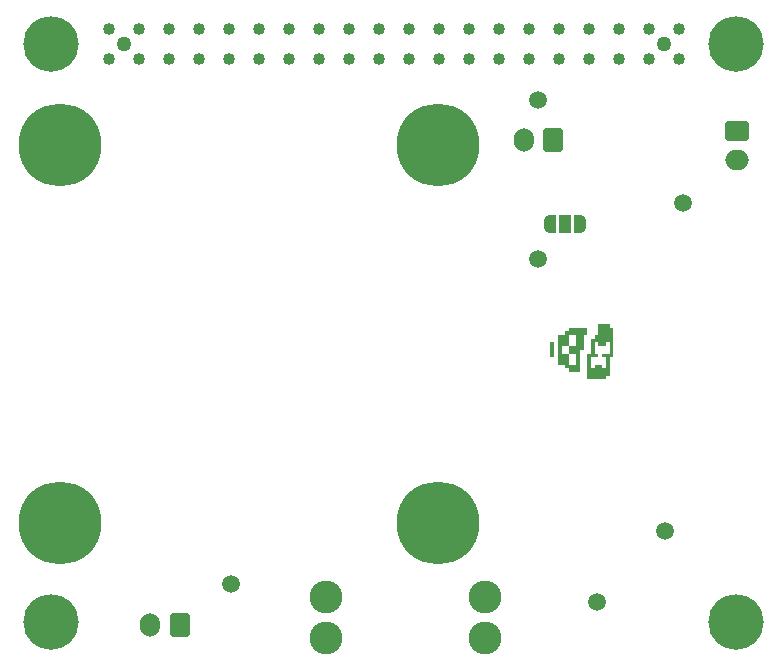
<source format=gbr>
%TF.GenerationSoftware,KiCad,Pcbnew,8.0.8*%
%TF.CreationDate,2025-01-29T16:05:45+00:00*%
%TF.ProjectId,ElectriPi,456c6563-7472-4695-9069-2e6b69636164,rev?*%
%TF.SameCoordinates,PX514cfd0PY31d4590*%
%TF.FileFunction,Soldermask,Bot*%
%TF.FilePolarity,Negative*%
%FSLAX46Y46*%
G04 Gerber Fmt 4.6, Leading zero omitted, Abs format (unit mm)*
G04 Created by KiCad (PCBNEW 8.0.8) date 2025-01-29 16:05:45*
%MOMM*%
%LPD*%
G01*
G04 APERTURE LIST*
G04 Aperture macros list*
%AMRoundRect*
0 Rectangle with rounded corners*
0 $1 Rounding radius*
0 $2 $3 $4 $5 $6 $7 $8 $9 X,Y pos of 4 corners*
0 Add a 4 corners polygon primitive as box body*
4,1,4,$2,$3,$4,$5,$6,$7,$8,$9,$2,$3,0*
0 Add four circle primitives for the rounded corners*
1,1,$1+$1,$2,$3*
1,1,$1+$1,$4,$5*
1,1,$1+$1,$6,$7*
1,1,$1+$1,$8,$9*
0 Add four rect primitives between the rounded corners*
20,1,$1+$1,$2,$3,$4,$5,0*
20,1,$1+$1,$4,$5,$6,$7,0*
20,1,$1+$1,$6,$7,$8,$9,0*
20,1,$1+$1,$8,$9,$2,$3,0*%
%AMFreePoly0*
4,1,19,0.550000,-0.750000,0.000000,-0.750000,0.000000,-0.744911,-0.071157,-0.744911,-0.207708,-0.704816,-0.327430,-0.627875,-0.420627,-0.520320,-0.479746,-0.390866,-0.500000,-0.250000,-0.500000,0.250000,-0.479746,0.390866,-0.420627,0.520320,-0.327430,0.627875,-0.207708,0.704816,-0.071157,0.744911,0.000000,0.744911,0.000000,0.750000,0.550000,0.750000,0.550000,-0.750000,0.550000,-0.750000,
$1*%
%AMFreePoly1*
4,1,19,0.000000,0.744911,0.071157,0.744911,0.207708,0.704816,0.327430,0.627875,0.420627,0.520320,0.479746,0.390866,0.500000,0.250000,0.500000,-0.250000,0.479746,-0.390866,0.420627,-0.520320,0.327430,-0.627875,0.207708,-0.704816,0.071157,-0.744911,0.000000,-0.744911,0.000000,-0.750000,-0.550000,-0.750000,-0.550000,0.750000,0.000000,0.750000,0.000000,0.744911,0.000000,0.744911,
$1*%
G04 Aperture macros list end*
%ADD10C,0.000000*%
%ADD11C,4.700000*%
%ADD12RoundRect,0.250000X0.600000X0.750000X-0.600000X0.750000X-0.600000X-0.750000X0.600000X-0.750000X0*%
%ADD13O,1.700000X2.000000*%
%ADD14C,1.020000*%
%ADD15C,1.270000*%
%ADD16C,2.780000*%
%ADD17C,7.000000*%
%ADD18RoundRect,0.250000X-0.750000X0.600000X-0.750000X-0.600000X0.750000X-0.600000X0.750000X0.600000X0*%
%ADD19O,2.000000X1.700000*%
%ADD20C,1.500000*%
%ADD21FreePoly0,180.000000*%
%ADD22R,1.000000X1.500000*%
%ADD23FreePoly1,180.000000*%
G04 APERTURE END LIST*
D10*
%TO.C,G\u002A\u002A\u002A*%
G36*
X46093096Y-31062500D02*
G01*
X45780519Y-31062500D01*
X45780519Y-29812500D01*
X46093096Y-29812500D01*
X46093096Y-31062500D01*
G37*
G36*
X48906289Y-29187500D02*
G01*
X48593711Y-29187500D01*
X48593711Y-30437500D01*
X48281135Y-30437500D01*
X48281135Y-32312500D01*
X47343404Y-32312500D01*
X47343404Y-32000000D01*
X47030827Y-32000000D01*
X47030827Y-31687500D01*
X47343404Y-31687500D01*
X47968558Y-31687500D01*
X47968558Y-30750000D01*
X47343404Y-30750000D01*
X47343404Y-31687500D01*
X47030827Y-31687500D01*
X46718250Y-31687500D01*
X46405673Y-31687500D01*
X46405673Y-30125000D01*
X46718250Y-30125000D01*
X46718250Y-30750000D01*
X47343404Y-30750000D01*
X47343404Y-30125000D01*
X47968558Y-30125000D01*
X47968558Y-29187500D01*
X47343404Y-29187500D01*
X47343404Y-30125000D01*
X46718250Y-30125000D01*
X46405673Y-30125000D01*
X46405673Y-29187500D01*
X47030827Y-29187500D01*
X47030827Y-28875000D01*
X47343404Y-28875000D01*
X47343404Y-28562500D01*
X48906289Y-28562500D01*
X48906289Y-29187500D01*
G37*
G36*
X50781750Y-28562500D02*
G01*
X51094327Y-28562500D01*
X51094327Y-31062500D01*
X50781750Y-31062500D01*
X50781750Y-32625000D01*
X50469173Y-32625000D01*
X50469173Y-32937500D01*
X49218866Y-32937500D01*
X48906289Y-32937500D01*
X48906289Y-31062500D01*
X49218866Y-31062500D01*
X49218866Y-32000000D01*
X49531443Y-32000000D01*
X49531443Y-31687500D01*
X50156597Y-31687500D01*
X50156597Y-32000000D01*
X50469173Y-32000000D01*
X50469173Y-31062500D01*
X50156597Y-31062500D01*
X50156597Y-30750000D01*
X50781750Y-30750000D01*
X50781750Y-29812500D01*
X50469173Y-29812500D01*
X50469173Y-30125000D01*
X49844020Y-30125000D01*
X49844020Y-29812500D01*
X49531443Y-29812500D01*
X49531443Y-30750000D01*
X49844020Y-30750000D01*
X49844020Y-31062500D01*
X49218866Y-31062500D01*
X48906289Y-31062500D01*
X48906289Y-30750000D01*
X49218866Y-30750000D01*
X49218866Y-29500000D01*
X49531443Y-29500000D01*
X49531443Y-29187500D01*
X49844020Y-29187500D01*
X49844020Y-28250000D01*
X50781750Y-28250000D01*
X50781750Y-28562500D01*
G37*
%TD*%
D11*
%TO.C,H2*%
X3500000Y-4500000D03*
%TD*%
D12*
%TO.C,J1*%
X14380000Y-53745996D03*
D13*
X11880000Y-53745996D03*
%TD*%
D14*
%TO.C,J6*%
X8370000Y-5770000D03*
X10910000Y-5770000D03*
X13450000Y-5770000D03*
X15990000Y-5770000D03*
X18530000Y-5770000D03*
X21070000Y-5770000D03*
X23610000Y-5770000D03*
X26150000Y-5770000D03*
X28690000Y-5770000D03*
X31230000Y-5770000D03*
X33770000Y-5770000D03*
X36310000Y-5770000D03*
X38850000Y-5770000D03*
X41390000Y-5770000D03*
X43930000Y-5770000D03*
X46470000Y-5770000D03*
X49010000Y-5770000D03*
X51550000Y-5770000D03*
X54090000Y-5770000D03*
X56630000Y-5770000D03*
D15*
X9640000Y-4500000D03*
X55360000Y-4500000D03*
D14*
X8370000Y-3230000D03*
X10910000Y-3230000D03*
X13450000Y-3230000D03*
X15990000Y-3230000D03*
X18530000Y-3230000D03*
X21070000Y-3230000D03*
X23610000Y-3230000D03*
X26150000Y-3230000D03*
X28690000Y-3230000D03*
X31230000Y-3230000D03*
X33770000Y-3230000D03*
X36310000Y-3230000D03*
X38850000Y-3230000D03*
X41390000Y-3230000D03*
X43930000Y-3230000D03*
X46470000Y-3230000D03*
X49010000Y-3230000D03*
X51550000Y-3230000D03*
X54090000Y-3230000D03*
X56630000Y-3230000D03*
%TD*%
D16*
%TO.C,F1*%
X26740000Y-51400000D03*
X26740000Y-54800000D03*
X40240000Y-51400000D03*
X40240000Y-54800000D03*
%TD*%
D12*
%TO.C,J3*%
X46000000Y-12700000D03*
D13*
X43500000Y-12700000D03*
%TD*%
D11*
%TO.C,H3*%
X61500000Y-4500000D03*
%TD*%
D17*
%TO.C,U2*%
X4250000Y-13100000D03*
X36250000Y-13100000D03*
X4250000Y-45100000D03*
X36250000Y-45100000D03*
%TD*%
D18*
%TO.C,J4*%
X61600000Y-11899996D03*
D19*
X61600000Y-14399996D03*
%TD*%
D11*
%TO.C,H1*%
X61500000Y-53500000D03*
%TD*%
%TO.C,H4*%
X3500000Y-53500000D03*
%TD*%
D20*
%TO.C,TP5*%
X44750000Y-9250000D03*
%TD*%
D21*
%TO.C,JP1*%
X48300000Y-19750000D03*
D22*
X47000000Y-19750000D03*
D23*
X45700000Y-19750000D03*
%TD*%
D20*
%TO.C,TP4*%
X55500000Y-45750000D03*
%TD*%
%TO.C,TP1*%
X57000000Y-18000000D03*
%TD*%
%TO.C,TP6*%
X44750000Y-22750000D03*
%TD*%
%TO.C,TP2*%
X18750000Y-50250000D03*
%TD*%
%TO.C,TP3*%
X49750000Y-51750000D03*
%TD*%
M02*

</source>
